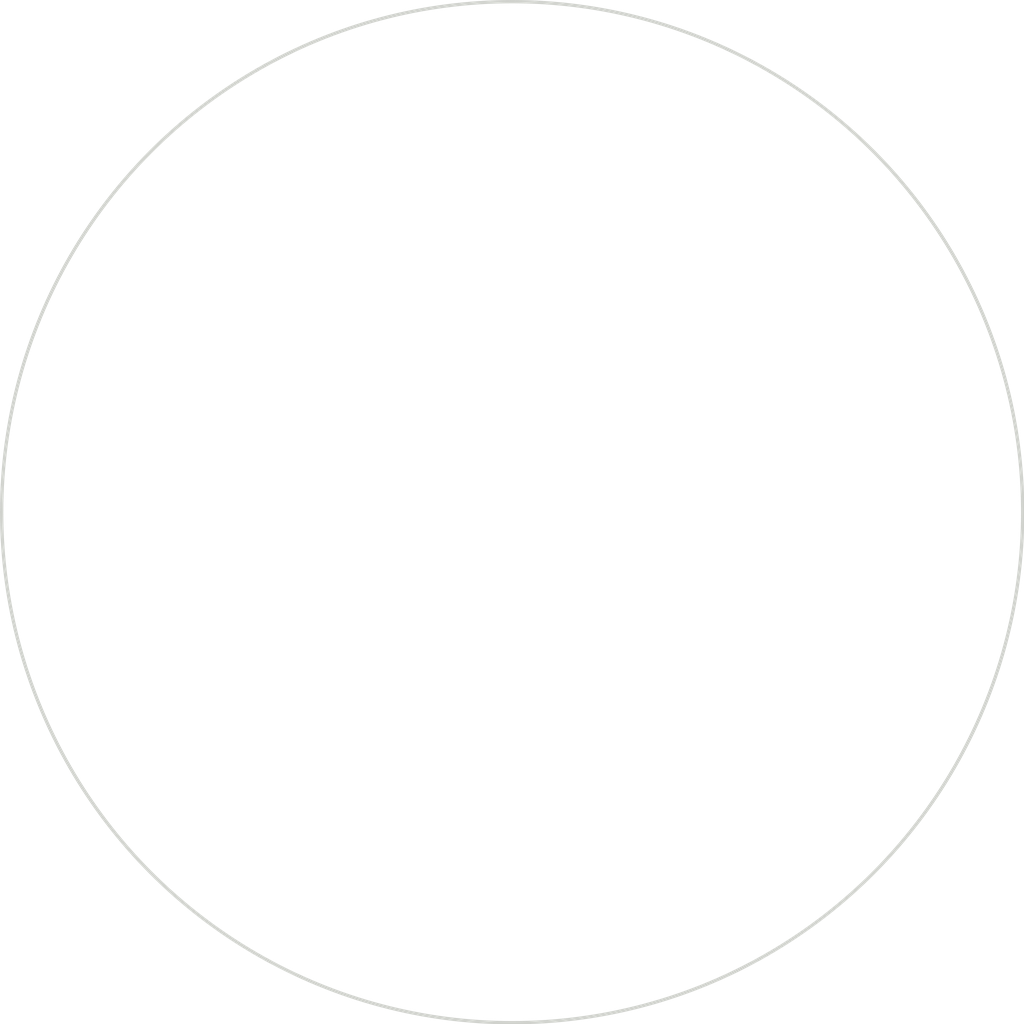
<source format=kicad_pcb>
(kicad_pcb (version 3) (host pcbnew "(2013-08-24 BZR 4298)-stable")

  (general
    (links 0)
    (no_connects 0)
    (area -0.025001 7.949999 69.050001 100.050001)
    (thickness 1.6)
    (drawings 1)
    (tracks 0)
    (zones 0)
    (modules 0)
    (nets 1)
  )

  (page USLetter)
  (layers
    (15 F.Cu signal)
    (0 B.Cu signal)
    (16 B.Adhes user)
    (17 F.Adhes user)
    (18 B.Paste user)
    (19 F.Paste user)
    (20 B.SilkS user)
    (21 F.SilkS user)
    (22 B.Mask user)
    (23 F.Mask user)
    (24 Dwgs.User user)
    (25 Cmts.User user)
    (26 Eco1.User user)
    (27 Eco2.User user)
    (28 Edge.Cuts user)
  )

  (setup
    (last_trace_width 0.001)
    (user_trace_width 0.001)
    (trace_clearance 0.254)
    (zone_clearance 0.508)
    (zone_45_only no)
    (trace_min 0.001)
    (segment_width 0.2)
    (edge_width 0.1)
    (via_size 0.889)
    (via_drill 0.635)
    (via_min_size 0.889)
    (via_min_drill 0.508)
    (uvia_size 0.508)
    (uvia_drill 0.127)
    (uvias_allowed no)
    (uvia_min_size 0.508)
    (uvia_min_drill 0.127)
    (pcb_text_width 0.3)
    (pcb_text_size 1.5 1.5)
    (mod_edge_width 0.15)
    (mod_text_size 1 1)
    (mod_text_width 0.15)
    (pad_size 1.5 1.5)
    (pad_drill 0.6)
    (pad_to_mask_clearance 0)
    (aux_axis_origin 0 0)
    (visible_elements 7FFFFFFF)
    (pcbplotparams
      (layerselection 268435456)
      (usegerberextensions true)
      (excludeedgelayer true)
      (linewidth 0.150000)
      (plotframeref false)
      (viasonmask false)
      (mode 1)
      (useauxorigin false)
      (hpglpennumber 1)
      (hpglpenspeed 20)
      (hpglpendiameter 15)
      (hpglpenoverlay 2)
      (psnegative false)
      (psa4output false)
      (plotreference true)
      (plotvalue true)
      (plotothertext true)
      (plotinvisibletext false)
      (padsonsilk false)
      (subtractmaskfromsilk false)
      (outputformat 1)
      (mirror false)
      (drillshape 0)
      (scaleselection 1)
      (outputdirectory ""))
  )

  (net 0 "")

  (net_class Default "This is the default net class."
    (clearance 0.254)
    (trace_width 0.254)
    (via_dia 0.889)
    (via_drill 0.635)
    (uvia_dia 0.508)
    (uvia_drill 0.127)
    (add_net "")
  )

  (gr_circle (center 100 100) (end 115.5 100) (layer Edge.Cuts) (width 0.1))

)

</source>
